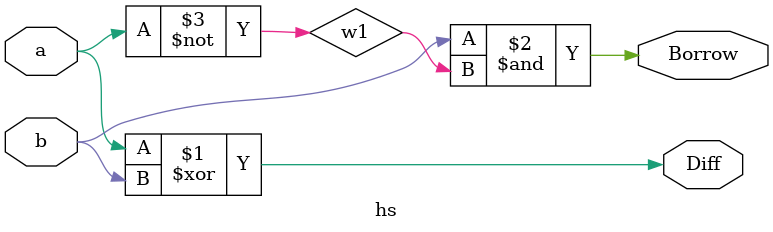
<source format=v>
module hs(a,b,Diff,Borrow);
input a,b;
output Diff,Borrow;
wire w1;
xor (Diff,a,b);
and (Borrow,b,w1);
not (w1,a);
endmodule

</source>
